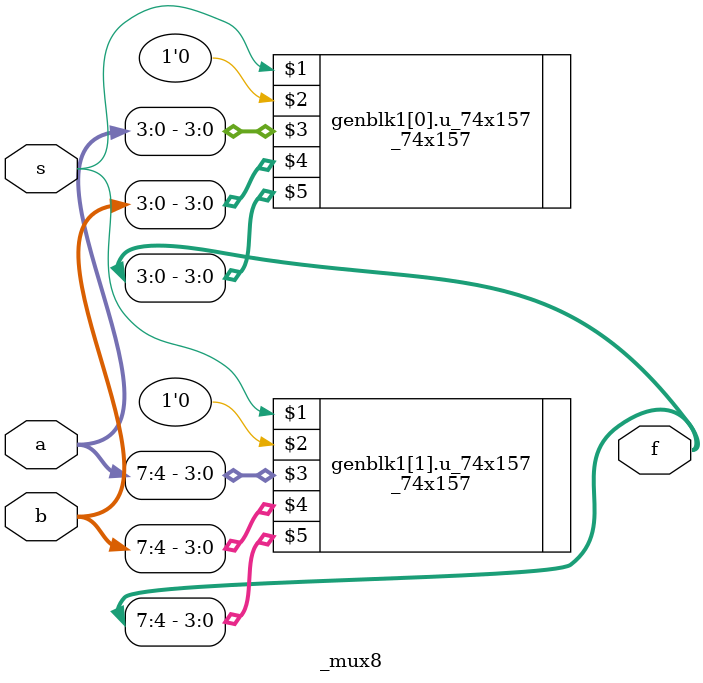
<source format=v>
module _mux8(
    input [7:0] a,
    input [7:0] b,
    input s,
    output [7:0] f
);

    genvar i;
    generate
        for (i = 0; i < 2; i = i + 1) begin
            _74x157 u_74x157 (
                s,
                1'b0,
                a[i*4+3:i*4],
                b[i*4+3:i*4],
                f[i*4+3:i*4]
            );
        end
    endgenerate

endmodule
</source>
